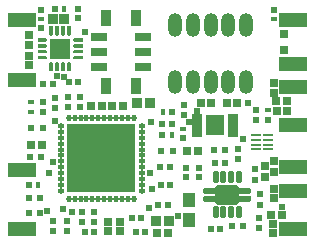
<source format=gts>
G04*
G04 #@! TF.GenerationSoftware,Altium Limited,Altium Designer,23.3.1 (30)*
G04*
G04 Layer_Color=8388736*
%FSLAX44Y44*%
%MOMM*%
G71*
G04*
G04 #@! TF.SameCoordinates,837CF2E7-3A67-4F18-B0B9-64CBEB55FE63*
G04*
G04*
G04 #@! TF.FilePolarity,Negative*
G04*
G01*
G75*
%ADD19R,0.5000X0.4000*%
%ADD25R,0.7500X0.6500*%
%ADD26R,0.5682X0.5725*%
%ADD28R,0.4725X0.4682*%
%ADD32C,0.2700*%
%ADD33R,0.4000X0.5000*%
%ADD34R,0.5725X0.5682*%
%ADD35R,0.5153X0.4725*%
%ADD38R,0.4725X0.5153*%
%ADD41R,0.5000X0.5000*%
%ADD42R,1.1121X1.2578*%
%ADD44R,0.7154X0.6725*%
%ADD48R,0.8128X0.2032*%
%ADD49R,0.7000X0.7000*%
%ADD50R,0.7532X0.7532*%
%ADD51R,0.7532X0.7532*%
%ADD52R,0.9500X1.3500*%
%ADD53R,1.3500X0.7500*%
%ADD54O,1.2032X2.0032*%
%ADD55R,0.8532X0.9532*%
%ADD56R,0.9532X0.5032*%
%ADD57R,1.5632X1.6632*%
%ADD58R,0.6532X0.7032*%
%ADD59R,0.8032X0.7532*%
%ADD60R,0.9032X0.8532*%
G04:AMPARAMS|DCode=61|XSize=1.9532mm|YSize=1.7032mm|CornerRadius=0.1541mm|HoleSize=0mm|Usage=FLASHONLY|Rotation=180.000|XOffset=0mm|YOffset=0mm|HoleType=Round|Shape=RoundedRectangle|*
%AMROUNDEDRECTD61*
21,1,1.9532,1.3950,0,0,180.0*
21,1,1.6450,1.7032,0,0,180.0*
1,1,0.3082,-0.8225,0.6975*
1,1,0.3082,0.8225,0.6975*
1,1,0.3082,0.8225,-0.6975*
1,1,0.3082,-0.8225,-0.6975*
%
%ADD61ROUNDEDRECTD61*%
G04:AMPARAMS|DCode=62|XSize=0.5532mm|YSize=1.0532mm|CornerRadius=0.1524mm|HoleSize=0mm|Usage=FLASHONLY|Rotation=180.000|XOffset=0mm|YOffset=0mm|HoleType=Round|Shape=RoundedRectangle|*
%AMROUNDEDRECTD62*
21,1,0.5532,0.7485,0,0,180.0*
21,1,0.2485,1.0532,0,0,180.0*
1,1,0.3047,-0.1243,0.3743*
1,1,0.3047,0.1243,0.3743*
1,1,0.3047,0.1243,-0.3743*
1,1,0.3047,-0.1243,-0.3743*
%
%ADD62ROUNDEDRECTD62*%
%ADD63R,0.6532X0.6532*%
%ADD64R,5.8032X5.8032*%
%ADD65O,0.4532X0.6032*%
%ADD66O,0.6032X0.4532*%
%ADD67R,1.8000X1.8000*%
%ADD68R,2.4032X1.3032*%
%ADD69C,0.6096*%
%ADD70C,0.5588*%
%ADD71C,0.7032*%
G36*
X96232Y206205D02*
X96530D01*
X97082Y205977D01*
X97503Y205555D01*
X97732Y205004D01*
Y204705D01*
Y204407D01*
X97503Y203856D01*
X97082Y203434D01*
X96530Y203205D01*
X89732D01*
Y206205D01*
X96232Y206205D01*
D02*
G37*
G36*
X97082Y210977D02*
X97503Y210555D01*
X97732Y210004D01*
Y209705D01*
Y209407D01*
X97503Y208856D01*
X97082Y208434D01*
X96530Y208205D01*
X89732D01*
Y211205D01*
X96530D01*
X97082Y210977D01*
D02*
G37*
G36*
X102082Y200977D02*
X102503Y200555D01*
X102732Y200004D01*
Y199705D01*
X102732D01*
Y193205D01*
X99732D01*
Y199705D01*
Y200004D01*
X99960Y200555D01*
X100382Y200977D01*
X100934Y201205D01*
X101530D01*
X102082Y200977D01*
D02*
G37*
G36*
X107082D02*
X107503Y200555D01*
X107732Y200004D01*
Y199705D01*
Y193205D01*
X104732D01*
Y199705D01*
Y200004D01*
X104960Y200555D01*
X105382Y200977D01*
X105934Y201205D01*
X106530D01*
X107082Y200977D01*
D02*
G37*
G36*
X112082D02*
X112503Y200555D01*
X112732Y200004D01*
Y199705D01*
Y193205D01*
X109732D01*
Y199705D01*
Y200004D01*
X109960Y200555D01*
X110382Y200977D01*
X110934Y201205D01*
X111530D01*
X112082Y200977D01*
D02*
G37*
G36*
X97082Y215977D02*
X97503Y215555D01*
X97732Y215004D01*
Y214705D01*
Y214407D01*
X97503Y213856D01*
X97082Y213434D01*
X96530Y213205D01*
X89732D01*
Y216205D01*
X96530D01*
X97082Y215977D01*
D02*
G37*
G36*
Y220977D02*
X97503Y220555D01*
X97732Y220004D01*
Y219705D01*
Y219407D01*
X97503Y218856D01*
X97082Y218434D01*
X96530Y218205D01*
X96232D01*
Y218205D01*
X89732D01*
Y221205D01*
X96530D01*
X97082Y220977D01*
D02*
G37*
G36*
X102732Y224705D02*
Y224407D01*
X102503Y223856D01*
X102082Y223434D01*
X101530Y223205D01*
X100934D01*
X100382Y223434D01*
X99960Y223856D01*
X99732Y224407D01*
Y224705D01*
Y231205D01*
X102732D01*
X102732Y224705D01*
D02*
G37*
G36*
X107732D02*
Y224407D01*
X107503Y223856D01*
X107082Y223434D01*
X106530Y223205D01*
X105934D01*
X105382Y223434D01*
X104960Y223856D01*
X104732Y224407D01*
Y224705D01*
Y231205D01*
X107732D01*
Y224705D01*
D02*
G37*
G36*
X112732D02*
Y224407D01*
X112503Y223856D01*
X112082Y223434D01*
X111530Y223205D01*
X110934D01*
X110382Y223434D01*
X109960Y223856D01*
X109732Y224407D01*
Y224705D01*
Y231205D01*
X112732D01*
Y224705D01*
D02*
G37*
G36*
X117732D02*
Y224407D01*
X117503Y223856D01*
X117082Y223434D01*
X116530Y223205D01*
X115934D01*
X115382Y223434D01*
X114960Y223856D01*
X114732Y224407D01*
Y224705D01*
X114732D01*
Y231205D01*
X117732D01*
Y224705D01*
D02*
G37*
G36*
X127732Y218205D02*
X121232Y218205D01*
X120934D01*
X120382Y218434D01*
X119960Y218856D01*
X119732Y219407D01*
Y219705D01*
Y220004D01*
X119960Y220555D01*
X120382Y220977D01*
X120934Y221205D01*
X127732D01*
Y218205D01*
D02*
G37*
G36*
Y213205D02*
X120934D01*
X120382Y213434D01*
X119960Y213856D01*
X119732Y214407D01*
Y214705D01*
Y215004D01*
X119960Y215555D01*
X120382Y215977D01*
X120934Y216205D01*
X127732D01*
Y213205D01*
D02*
G37*
G36*
Y208205D02*
X120934D01*
X120382Y208434D01*
X119960Y208856D01*
X119732Y209407D01*
Y209705D01*
Y210004D01*
X119960Y210555D01*
X120382Y210977D01*
X120934Y211205D01*
X127732D01*
Y208205D01*
D02*
G37*
G36*
Y203205D02*
X120934D01*
X120382Y203434D01*
X119960Y203856D01*
X119732Y204407D01*
Y204705D01*
Y205004D01*
X119960Y205555D01*
X120382Y205977D01*
X120934Y206205D01*
X121232D01*
Y206205D01*
X127732D01*
Y203205D01*
D02*
G37*
G36*
X117082Y200977D02*
X117503Y200555D01*
X117732Y200004D01*
Y199705D01*
Y193205D01*
X114732D01*
X114732Y199705D01*
Y200004D01*
X114960Y200555D01*
X115382Y200977D01*
X115934Y201205D01*
X116530D01*
X117082Y200977D01*
D02*
G37*
G36*
X269183Y94129D02*
X269314Y94103D01*
X269440Y94061D01*
X269559Y94002D01*
X269670Y93928D01*
X269770Y93840D01*
X269858Y93740D01*
X269932Y93629D01*
X269991Y93510D01*
X270033Y93384D01*
X270060Y93253D01*
X270068Y93120D01*
Y90320D01*
X270060Y90187D01*
X270033Y90056D01*
X269991Y89930D01*
X269932Y89811D01*
X269858Y89700D01*
X269770Y89600D01*
X269670Y89512D01*
X269559Y89438D01*
X269440Y89379D01*
X269314Y89337D01*
X269183Y89311D01*
X269050Y89302D01*
X258800D01*
X258667Y89311D01*
X258536Y89337D01*
X258410Y89379D01*
X258291Y89438D01*
X258180Y89512D01*
X258080Y89600D01*
X257992Y89700D01*
X257918Y89811D01*
X257859Y89930D01*
X257817Y90056D01*
X257791Y90187D01*
X257782Y90320D01*
Y93120D01*
X257791Y93253D01*
X257817Y93384D01*
X257859Y93510D01*
X257918Y93629D01*
X257992Y93740D01*
X258080Y93840D01*
X258180Y93928D01*
X258291Y94002D01*
X258410Y94061D01*
X258536Y94103D01*
X258667Y94129D01*
X258800Y94138D01*
X269050D01*
X269183Y94129D01*
D02*
G37*
G36*
X241433D02*
X241563Y94103D01*
X241690Y94061D01*
X241809Y94002D01*
X241920Y93928D01*
X242020Y93840D01*
X242108Y93740D01*
X242182Y93629D01*
X242241Y93510D01*
X242283Y93384D01*
X242309Y93253D01*
X242318Y93120D01*
Y90320D01*
X242309Y90187D01*
X242283Y90056D01*
X242241Y89930D01*
X242182Y89811D01*
X242108Y89700D01*
X242020Y89600D01*
X241920Y89512D01*
X241809Y89438D01*
X241690Y89379D01*
X241563Y89337D01*
X241433Y89311D01*
X241300Y89302D01*
X231050D01*
X230917Y89311D01*
X230786Y89337D01*
X230660Y89379D01*
X230541Y89438D01*
X230430Y89512D01*
X230330Y89600D01*
X230242Y89700D01*
X230168Y89811D01*
X230109Y89930D01*
X230067Y90056D01*
X230040Y90187D01*
X230032Y90320D01*
Y93120D01*
X230040Y93253D01*
X230067Y93384D01*
X230109Y93510D01*
X230168Y93629D01*
X230242Y93740D01*
X230330Y93840D01*
X230430Y93928D01*
X230541Y94002D01*
X230660Y94061D01*
X230786Y94103D01*
X230917Y94129D01*
X231050Y94138D01*
X241300D01*
X241433Y94129D01*
D02*
G37*
G36*
X269183Y87629D02*
X269314Y87604D01*
X269440Y87561D01*
X269559Y87502D01*
X269670Y87428D01*
X269770Y87340D01*
X269858Y87240D01*
X269932Y87129D01*
X269991Y87010D01*
X270033Y86883D01*
X270060Y86753D01*
X270068Y86620D01*
Y83820D01*
X270060Y83687D01*
X270033Y83556D01*
X269991Y83430D01*
X269932Y83311D01*
X269858Y83200D01*
X269770Y83100D01*
X269670Y83012D01*
X269559Y82938D01*
X269440Y82879D01*
X269314Y82837D01*
X269183Y82810D01*
X269050Y82802D01*
X258800D01*
X258667Y82810D01*
X258536Y82837D01*
X258410Y82879D01*
X258291Y82938D01*
X258180Y83012D01*
X258080Y83100D01*
X257992Y83200D01*
X257918Y83311D01*
X257859Y83430D01*
X257817Y83556D01*
X257791Y83687D01*
X257782Y83820D01*
Y86620D01*
X257791Y86753D01*
X257817Y86883D01*
X257859Y87010D01*
X257918Y87129D01*
X257992Y87240D01*
X258080Y87340D01*
X258180Y87428D01*
X258291Y87502D01*
X258410Y87561D01*
X258536Y87604D01*
X258667Y87629D01*
X258800Y87638D01*
X269050D01*
X269183Y87629D01*
D02*
G37*
G36*
X241433D02*
X241563Y87604D01*
X241690Y87561D01*
X241809Y87502D01*
X241920Y87428D01*
X242020Y87340D01*
X242108Y87240D01*
X242182Y87129D01*
X242241Y87010D01*
X242283Y86883D01*
X242309Y86753D01*
X242318Y86620D01*
Y83820D01*
X242309Y83687D01*
X242283Y83556D01*
X242241Y83430D01*
X242182Y83311D01*
X242108Y83200D01*
X242020Y83100D01*
X241920Y83012D01*
X241809Y82938D01*
X241690Y82879D01*
X241563Y82837D01*
X241433Y82810D01*
X241300Y82802D01*
X231050D01*
X230917Y82810D01*
X230786Y82837D01*
X230660Y82879D01*
X230541Y82938D01*
X230430Y83012D01*
X230330Y83100D01*
X230242Y83200D01*
X230168Y83311D01*
X230109Y83430D01*
X230067Y83556D01*
X230040Y83687D01*
X230032Y83820D01*
Y86620D01*
X230040Y86753D01*
X230067Y86883D01*
X230109Y87010D01*
X230168Y87129D01*
X230242Y87240D01*
X230330Y87340D01*
X230430Y87428D01*
X230541Y87502D01*
X230660Y87561D01*
X230786Y87604D01*
X230917Y87629D01*
X231050Y87638D01*
X241300D01*
X241433Y87629D01*
D02*
G37*
D19*
X285043Y160025D02*
D03*
Y152025D02*
D03*
X212435Y144616D02*
D03*
Y136616D02*
D03*
X115165Y171084D02*
D03*
Y163084D02*
D03*
X125172Y171084D02*
D03*
Y163084D02*
D03*
X127000Y65850D02*
D03*
Y73850D02*
D03*
X137160Y65850D02*
D03*
Y73850D02*
D03*
X92710Y237300D02*
D03*
Y245300D02*
D03*
X289523Y244999D02*
D03*
Y236999D02*
D03*
X274320Y160020D02*
D03*
Y152020D02*
D03*
X84223Y158784D02*
D03*
Y166784D02*
D03*
X94308Y158784D02*
D03*
Y166784D02*
D03*
X104642Y162395D02*
D03*
Y170395D02*
D03*
D25*
X148890Y57664D02*
D03*
X159390D02*
D03*
Y65164D02*
D03*
X148890D02*
D03*
D26*
X91284Y73314D02*
D03*
X82241D02*
D03*
X200423Y79804D02*
D03*
X191380D02*
D03*
X102863Y182561D02*
D03*
X93820D02*
D03*
X248287Y126105D02*
D03*
X239244D02*
D03*
X92504Y120225D02*
D03*
X83461D02*
D03*
X91463Y86082D02*
D03*
X82420D02*
D03*
D28*
X213685Y156314D02*
D03*
Y164357D02*
D03*
X258968Y127209D02*
D03*
Y119166D02*
D03*
D32*
X93732Y209705D02*
D03*
X116232Y197205D02*
D03*
X111232D02*
D03*
X106232Y197051D02*
D03*
X101232Y197205D02*
D03*
X93732Y204705D02*
D03*
X93578Y214705D02*
D03*
X93732Y219705D02*
D03*
X101232Y227205D02*
D03*
X106232D02*
D03*
X111232Y227360D02*
D03*
X116232Y227205D02*
D03*
X123732Y219705D02*
D03*
Y214705D02*
D03*
X123886Y209705D02*
D03*
X123732Y204705D02*
D03*
D33*
X195390Y148590D02*
D03*
X203390D02*
D03*
X193507Y112074D02*
D03*
X201507D02*
D03*
X177431Y68506D02*
D03*
X169431D02*
D03*
X240100Y115152D02*
D03*
X248100D02*
D03*
X194035Y96511D02*
D03*
X202035D02*
D03*
X195341Y138771D02*
D03*
X203341D02*
D03*
X195580Y158750D02*
D03*
X203580D02*
D03*
X112143Y245830D02*
D03*
X104143D02*
D03*
X90331Y96712D02*
D03*
X82331D02*
D03*
D34*
X273948Y101142D02*
D03*
Y110185D02*
D03*
X102870Y66751D02*
D03*
Y57709D02*
D03*
X278104Y88932D02*
D03*
Y79889D02*
D03*
X276860Y60248D02*
D03*
Y69292D02*
D03*
X114300Y57709D02*
D03*
Y66751D02*
D03*
D35*
X243816Y59690D02*
D03*
X236244D02*
D03*
X137385Y56695D02*
D03*
X129814D02*
D03*
X172770Y57076D02*
D03*
X180341D02*
D03*
X116602Y183659D02*
D03*
X124173D02*
D03*
D38*
X124157Y245629D02*
D03*
Y238058D02*
D03*
X226320Y111318D02*
D03*
Y103747D02*
D03*
X214890Y111318D02*
D03*
Y103747D02*
D03*
D41*
X253940Y61800D02*
D03*
X263940D02*
D03*
X204310Y125730D02*
D03*
X194310D02*
D03*
X83900Y144780D02*
D03*
X93900D02*
D03*
D42*
X217430Y67510D02*
D03*
Y84054D02*
D03*
D44*
X216194Y125730D02*
D03*
X225766D02*
D03*
X84114Y130810D02*
D03*
X93686D02*
D03*
D48*
X284480Y139000D02*
D03*
Y135000D02*
D03*
Y131000D02*
D03*
Y127000D02*
D03*
X274574D02*
D03*
Y131000D02*
D03*
Y135000D02*
D03*
Y139000D02*
D03*
D49*
X298019Y211094D02*
D03*
Y225094D02*
D03*
D50*
X301115Y159313D02*
D03*
X292115D02*
D03*
X200038Y56415D02*
D03*
X191038D02*
D03*
X287600Y71120D02*
D03*
X296600D02*
D03*
X135200Y163830D02*
D03*
X144200D02*
D03*
X161980D02*
D03*
X152980D02*
D03*
X300410Y167640D02*
D03*
X291410D02*
D03*
D51*
X290150Y117058D02*
D03*
Y108058D02*
D03*
X82550Y224210D02*
D03*
Y215210D02*
D03*
X282023Y103704D02*
D03*
Y112704D02*
D03*
D52*
X172720Y238300D02*
D03*
X147320D02*
D03*
X172720Y180800D02*
D03*
X147320D02*
D03*
D53*
X178770Y196850D02*
D03*
Y209550D02*
D03*
Y222250D02*
D03*
X141270Y196850D02*
D03*
Y209550D02*
D03*
Y222250D02*
D03*
D54*
X266220Y232280D02*
D03*
X251220D02*
D03*
X236220D02*
D03*
X221220D02*
D03*
X206220D02*
D03*
X266220Y184280D02*
D03*
X251220D02*
D03*
X236220D02*
D03*
X221220D02*
D03*
X206220D02*
D03*
D55*
X173570Y166370D02*
D03*
X184570D02*
D03*
X201127Y66214D02*
D03*
X190127D02*
D03*
D56*
X225030Y139820D02*
D03*
Y144820D02*
D03*
Y149820D02*
D03*
Y154820D02*
D03*
X255030D02*
D03*
Y149820D02*
D03*
Y144820D02*
D03*
Y139820D02*
D03*
D57*
X240030Y147320D02*
D03*
D58*
X82550Y205680D02*
D03*
Y198180D02*
D03*
D59*
X228160Y166370D02*
D03*
X236660D02*
D03*
X258250D02*
D03*
X249750D02*
D03*
D60*
X112376Y237259D02*
D03*
X102876D02*
D03*
D61*
X250050Y88470D02*
D03*
D62*
X259800Y103220D02*
D03*
X253300D02*
D03*
X246800D02*
D03*
X240300D02*
D03*
X259800Y73720D02*
D03*
X253300D02*
D03*
X246800D02*
D03*
X240300D02*
D03*
D63*
X289720Y93638D02*
D03*
Y85638D02*
D03*
X288736Y63916D02*
D03*
Y55916D02*
D03*
X289560Y175070D02*
D03*
Y183070D02*
D03*
D64*
X143510Y119380D02*
D03*
D65*
X171010Y85130D02*
D03*
X166010D02*
D03*
X161010D02*
D03*
X156010D02*
D03*
X151010D02*
D03*
X146010D02*
D03*
X141010D02*
D03*
X136010D02*
D03*
X131010D02*
D03*
X126010D02*
D03*
X121010D02*
D03*
X116010D02*
D03*
Y153630D02*
D03*
X121010D02*
D03*
X126010D02*
D03*
X131010D02*
D03*
X136010D02*
D03*
X141010D02*
D03*
X146010D02*
D03*
X151010D02*
D03*
X156010D02*
D03*
X161010D02*
D03*
X166010D02*
D03*
X171010D02*
D03*
D66*
X109260Y91880D02*
D03*
Y96880D02*
D03*
Y101880D02*
D03*
Y106880D02*
D03*
Y111880D02*
D03*
Y116880D02*
D03*
Y121880D02*
D03*
Y126880D02*
D03*
Y131880D02*
D03*
Y136880D02*
D03*
Y141880D02*
D03*
Y146880D02*
D03*
X177760D02*
D03*
Y141880D02*
D03*
Y136880D02*
D03*
Y131880D02*
D03*
Y96880D02*
D03*
Y101880D02*
D03*
Y106880D02*
D03*
Y111880D02*
D03*
Y116880D02*
D03*
Y121880D02*
D03*
Y126880D02*
D03*
Y91880D02*
D03*
D67*
X108732Y212205D02*
D03*
D68*
X306070Y147690D02*
D03*
Y111690D02*
D03*
Y236690D02*
D03*
Y199690D02*
D03*
Y91690D02*
D03*
Y179690D02*
D03*
X76200Y185490D02*
D03*
Y109690D02*
D03*
Y236690D02*
D03*
Y59690D02*
D03*
X306070Y59690D02*
D03*
D69*
X285043Y152025D02*
D03*
X111814Y188305D02*
D03*
X147896Y178507D02*
D03*
X208850Y70825D02*
D03*
X99580Y106972D02*
D03*
X104140Y151130D02*
D03*
X119000Y73695D02*
D03*
X184605Y106991D02*
D03*
X289523Y244999D02*
D03*
X130036Y226010D02*
D03*
X92710Y229870D02*
D03*
X106312Y189449D02*
D03*
X83461Y120225D02*
D03*
X97790Y74930D02*
D03*
X82241Y73314D02*
D03*
X248287Y126105D02*
D03*
X296466Y78233D02*
D03*
X152980Y163830D02*
D03*
X104143Y245830D02*
D03*
X92710Y245300D02*
D03*
X144200Y163830D02*
D03*
X190127Y66214D02*
D03*
X212435Y136616D02*
D03*
X218151Y150496D02*
D03*
X225030Y159558D02*
D03*
X201127Y66214D02*
D03*
X184150Y77470D02*
D03*
X110872Y76582D02*
D03*
X114300Y57709D02*
D03*
X102870D02*
D03*
X82420Y86082D02*
D03*
X102910Y116546D02*
D03*
X82331Y96712D02*
D03*
X206220Y232280D02*
D03*
X267970Y166370D02*
D03*
X221220Y184280D02*
D03*
X206220D02*
D03*
X249750Y166370D02*
D03*
X236660D02*
D03*
X228160D02*
D03*
X258250D02*
D03*
X291410Y167640D02*
D03*
X274320Y152020D02*
D03*
Y160020D02*
D03*
X263630Y135699D02*
D03*
X258989Y127209D02*
D03*
X282023Y103704D02*
D03*
X287600Y71120D02*
D03*
X84114Y130810D02*
D03*
X124173Y183659D02*
D03*
X116602D02*
D03*
X113847Y217418D02*
D03*
X102870Y207010D02*
D03*
X102863Y182561D02*
D03*
X82550Y205680D02*
D03*
Y224210D02*
D03*
X124157Y245629D02*
D03*
Y238058D02*
D03*
X141270Y209550D02*
D03*
Y222250D02*
D03*
X172720Y238300D02*
D03*
X147320D02*
D03*
X147196Y184454D02*
D03*
X94308Y158784D02*
D03*
Y166784D02*
D03*
X104642Y170395D02*
D03*
X115165Y171084D02*
D03*
X125172D02*
D03*
X115165Y163084D02*
D03*
X104642Y162395D02*
D03*
X125172Y163084D02*
D03*
X184570Y166370D02*
D03*
X213685Y164357D02*
D03*
X185420Y149860D02*
D03*
X195341Y138771D02*
D03*
X195390Y148590D02*
D03*
X213685Y156314D02*
D03*
X203580Y158750D02*
D03*
X203390Y148590D02*
D03*
X225766Y125730D02*
D03*
X193507Y112074D02*
D03*
X201507D02*
D03*
X194035Y96511D02*
D03*
X202035D02*
D03*
X214890Y111318D02*
D03*
Y103747D02*
D03*
X226320Y111318D02*
D03*
X240100Y115152D02*
D03*
X248100D02*
D03*
X226320Y103747D02*
D03*
X282023Y112704D02*
D03*
X273948Y110185D02*
D03*
Y101142D02*
D03*
X278104Y88932D02*
D03*
Y79889D02*
D03*
X276860Y60248D02*
D03*
X263940Y61800D02*
D03*
X246380Y85090D02*
D03*
X254662Y91436D02*
D03*
X254355Y84438D02*
D03*
X246380Y91440D02*
D03*
X243816Y59690D02*
D03*
X236244D02*
D03*
X217430Y84054D02*
D03*
Y67510D02*
D03*
X200038Y56415D02*
D03*
X169431Y68756D02*
D03*
X177431Y68506D02*
D03*
X180341Y57076D02*
D03*
X159390Y57664D02*
D03*
X148890Y65164D02*
D03*
X137160Y65850D02*
D03*
X127000D02*
D03*
X137160Y73850D02*
D03*
X127000D02*
D03*
X186301Y93323D02*
D03*
D70*
X300410Y167640D02*
D03*
D71*
X121510Y141380D02*
D03*
X132510D02*
D03*
X143510D02*
D03*
X154510D02*
D03*
X165510D02*
D03*
X121510Y130380D02*
D03*
X132510D02*
D03*
X143510D02*
D03*
X154510D02*
D03*
X165510D02*
D03*
X121510Y119380D02*
D03*
X132510D02*
D03*
X143510D02*
D03*
X154510D02*
D03*
X165510D02*
D03*
X121510Y108380D02*
D03*
X132510D02*
D03*
X143510D02*
D03*
X154510D02*
D03*
X165510D02*
D03*
X121510Y97380D02*
D03*
X132510D02*
D03*
X143510D02*
D03*
X154510D02*
D03*
X165510D02*
D03*
M02*

</source>
